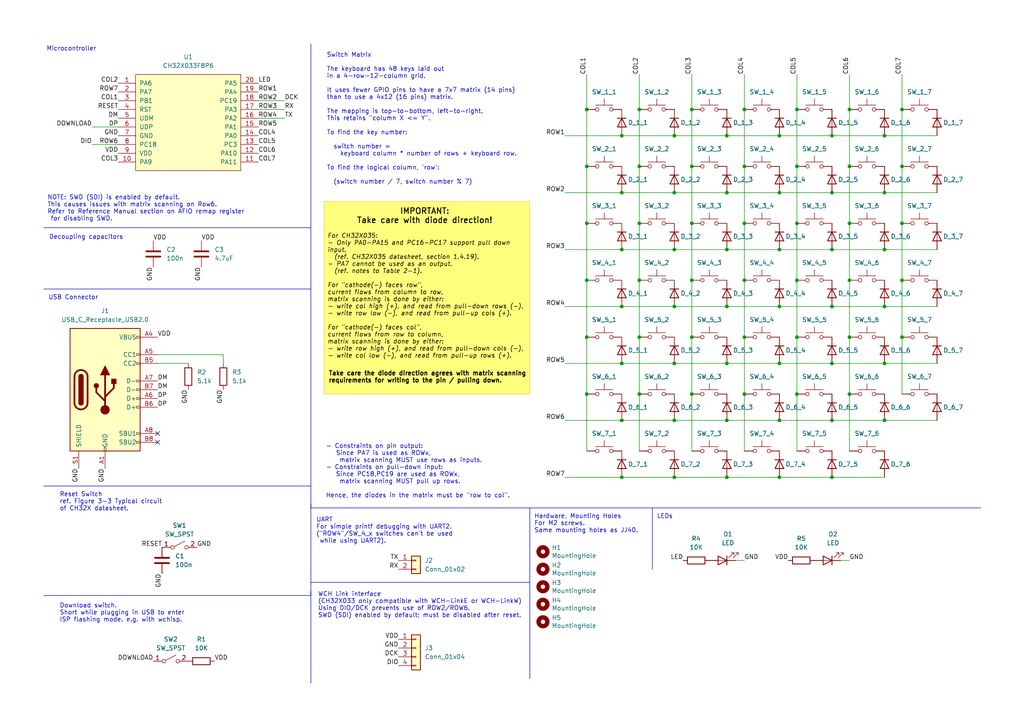
<source format=kicad_sch>
(kicad_sch (version 20250114) (generator "eeschema") (generator_version "9.0")
  (paper "A4")
  (title_block (title "CH32X-48") (date "2025-03-12") (rev "rev2025.4") (company "Richard Goulter (rgoulter)") (comment 1 "48-key on 7x7 digital matrix.") (comment 2 "Simple 4x12 ortholinear keyboard using CH32X MCU.") (comment 3 "Project: https://github.com/rgoulter/keyboard-labs"))
  (text "- Constraints on pin output:\n   Since PA7 is used as ROWx,\n    matrix scanning MUST use rows as inputs.\n- Constraints on pull-down input:\n   Since PC18,PC19 are used as ROWx,\n    matrix scanning MUST pull up rows.\n\nHence, the diodes in the matrix must be \"row to col\". " (at 94.488 128.778 0) (effects (font (size 1.27 1.27)) (justify left top)))
  (text "Microcontroller" (at 13.462 14.224 0) (effects (font (size 1.27 1.27)) (justify left)))
  (text "USB Connector" (at 13.97 87.122 0) (effects (font (size 1.27 1.27)) (justify left bottom)))
  (text "Reset Switch\nref. Figure 3-3 Typical circuit\nof CH32X datasheet." (at 17.272 148.336 0) (effects (font (size 1.27 1.27)) (justify left bottom)))
  (text "WCH Link interface\n(CH32X033 only compatible with WCH-LinkE or WCH-LinkW)\nUsing DIO/DCK prevents use of ROW2/ROW6.\nSWD (SDI) enabled by default; must be disabled after reset." (at 92.202 179.324 0) (effects (font (size 1.27 1.27)) (justify left bottom)))
  (text "Download switch.\nShort while plugging in USB to enter\nISP flashing mode. e.g. with wchisp." (at 17.272 180.594 0) (effects (font (size 1.27 1.27)) (justify left bottom)))
  (text "Decoupling capacitors" (at 14.224 69.596 0) (effects (font (size 1.27 1.27)) (justify left bottom)))
  (text "IMPORTANT:\nTake care with diode direction!" (at 123.19 62.738 0) (effects (font (size 1.651 1.651) (thickness 0.254) (bold yes))))
  (text "Switch Matrix\n\nThe keyboard has 48 keys laid out\nin a 4-row-12-column grid.\n\nIt uses fewer GPIO pins to have a 7x7 matrix (14 pins)\nthan to use a 4x12 (16 pins) matrix.\n\nThe mapping is top-to-bottom, left-to-right.\nThis retains \"column X <= Y\".\n\nTo find the key number:\n\n  switch number =\n    keyboard column * number of rows + keyboard row.\n\nTo find the logical column, 'row':\n\n  (switch number / 7, switch number % 7)" (at 94.742 53.594 0) (effects (font (size 1.27 1.27)) (justify left bottom)))
  (text "NOTE: SWD (SDI) is enabled by default.\nThis causes issues with matrix scanning on Row6.\nRefer to Reference Manual section on AFIO remap register\n for disabling SWD." (at 13.716 60.452 0) (effects (font (size 1.27 1.27)) (justify left)))
  (text "UART\nFor simple printf debugging with UART2.\n(\"ROW4\"/SW_4_x switches can't be used\n while using UART2)." (at 91.694 157.734 0) (effects (font (size 1.27 1.27)) (justify left bottom)))
  (text "Hardware, Mounting Holes\nFor M2 screws.\nSame mounting holes as JJ40." (at 154.94 154.686 0) (effects (font (size 1.27 1.27)) (justify left bottom)))
  (text "Take care the diode direction agrees with matrix scanning\nrequirements for writing to the pin / pulling down." (at 95.25 109.474 0) (effects (font (size 1.27 1.27) (thickness 0.254) (bold yes)) (justify left)))
  (text "LEDs\n\n" (at 190.5 152.654 0) (effects (font (size 1.27 1.27)) (justify left bottom)))
  (text_box "\n\n\n\nFor CH32X035:\n- Only PA0-PA15 and PC16-PC17 support pull down input.\n  (ref. CH32X035 datasheet, section 1.4.19).\n- PA7 cannot be used as an output.\n  (ref. notes to Table 2-1).\n\nFor \"cathode(-) faces row\",\ncurrent flows from column to row,\nmatrix scanning is done by either:\n- write col high (+), and read from pull-down rows (-),\n- write row low (-), and read from pull-up cols (+).\n\nFor \"cathode(-) faces col\",\ncurrent flows from row to column,\nmatrix scanning is done by either:\n- write row high (+), and read from pull-down cols (-),\n- write col low (-), and read from pull-up rows (+)." (at 93.98 58.42 0) (size 59.69 55.88) (margins 0.9652 0.9652 0.9652 0.9652) (stroke (width 0.0254) (color 255 153 0 1)) (fill (type color) (color 255 255 0 0.51)) (effects (font (size 1.27 1.27) (italic yes)) (justify left top)))
  (junction (at 231.14 97.79))
  (junction (at 256.54 105.41))
  (junction (at 195.58 39.37))
  (junction (at 200.66 31.75))
  (junction (at 226.06 72.39))
  (junction (at 231.14 81.28))
  (junction (at 256.54 121.92))
  (junction (at 256.54 88.9))
  (junction (at 170.18 48.26))
  (junction (at 180.34 138.43))
  (junction (at 195.58 138.43))
  (junction (at 195.58 55.88))
  (junction (at 200.66 97.79))
  (junction (at 210.82 105.41))
  (junction (at 210.82 72.39))
  (junction (at 261.62 81.28))
  (junction (at 226.06 55.88))
  (junction (at 215.9 31.75))
  (junction (at 180.34 39.37))
  (junction (at 226.06 88.9))
  (junction (at 185.42 81.28))
  (junction (at 180.34 121.92))
  (junction (at 261.62 64.77))
  (junction (at 185.42 114.3))
  (junction (at 195.58 105.41))
  (junction (at 180.34 55.88))
  (junction (at 246.38 48.26))
  (junction (at 215.9 81.28))
  (junction (at 200.66 48.26))
  (junction (at 170.18 31.75))
  (junction (at 231.14 48.26))
  (junction (at 195.58 121.92))
  (junction (at 226.06 138.43))
  (junction (at 241.3 138.43))
  (junction (at 210.82 55.88))
  (junction (at 185.42 64.77))
  (junction (at 246.38 97.79))
  (junction (at 231.14 114.3))
  (junction (at 185.42 48.26))
  (junction (at 226.06 121.92))
  (junction (at 215.9 114.3))
  (junction (at 231.14 64.77))
  (junction (at 180.34 105.41))
  (junction (at 241.3 39.37))
  (junction (at 241.3 88.9))
  (junction (at 246.38 81.28))
  (junction (at 226.06 105.41))
  (junction (at 170.18 64.77))
  (junction (at 180.34 88.9))
  (junction (at 185.42 31.75))
  (junction (at 256.54 72.39))
  (junction (at 241.3 55.88))
  (junction (at 246.38 114.3))
  (junction (at 261.62 48.26))
  (junction (at 215.9 97.79))
  (junction (at 195.58 72.39))
  (junction (at 226.06 39.37))
  (junction (at 170.18 81.28))
  (junction (at 241.3 105.41))
  (junction (at 246.38 31.75))
  (junction (at 231.14 31.75))
  (junction (at 210.82 88.9))
  (junction (at 210.82 138.43))
  (junction (at 210.82 121.92))
  (junction (at 256.54 55.88))
  (junction (at 261.62 97.79))
  (junction (at 241.3 121.92))
  (junction (at 261.62 31.75))
  (junction (at 241.3 72.39))
  (junction (at 215.9 48.26))
  (junction (at 170.18 97.79))
  (junction (at 185.42 97.79))
  (junction (at 246.38 64.77))
  (junction (at 210.82 39.37))
  (junction (at 200.66 64.77))
  (junction (at 215.9 64.77))
  (junction (at 256.54 39.37))
  (junction (at 200.66 114.3))
  (junction (at 200.66 81.28))
  (junction (at 180.34 72.39))
  (junction (at 195.58 88.9))
  (junction (at 170.18 114.3))
  (no_connect (at 45.72 125.73))
  (no_connect (at 45.72 128.27))
  (wire (pts (xy 231.14 114.3) (xy 231.14 130.81)))
  (wire (pts (xy 261.62 64.77) (xy 261.62 81.28)))
  (wire (pts (xy 215.9 21.59) (xy 215.9 31.75)))
  (polyline (pts (xy 90.17 147.32) (xy 284.48 147.32)))
  (wire (pts (xy 261.62 48.26) (xy 261.62 64.77)))
  (polyline (pts (xy 12.7 140.97) (xy 90.17 140.97)))
  (polyline (pts (xy 12.7 172.72) (xy 90.17 172.72)))
  (wire (pts (xy 241.3 138.43) (xy 256.54 138.43)))
  (wire (pts (xy 210.82 121.92) (xy 226.06 121.92)))
  (wire (pts (xy 170.18 114.3) (xy 170.18 130.81)))
  (wire (pts (xy 246.38 81.28) (xy 246.38 97.79)))
  (wire (pts (xy 163.83 121.92) (xy 180.34 121.92)))
  (wire (pts (xy 200.66 31.75) (xy 200.66 48.26)))
  (wire (pts (xy 195.58 138.43) (xy 210.82 138.43)))
  (wire (pts (xy 200.66 81.28) (xy 200.66 97.79)))
  (wire (pts (xy 200.66 64.77) (xy 200.66 81.28)))
  (polyline (pts (xy 12.7 66.04) (xy 90.17 66.04)))
  (wire (pts (xy 226.06 39.37) (xy 241.3 39.37)))
  (wire (pts (xy 210.82 88.9) (xy 226.06 88.9)))
  (wire (pts (xy 256.54 88.9) (xy 271.78 88.9)))
  (wire (pts (xy 195.58 88.9) (xy 210.82 88.9)))
  (polyline (pts (xy 90.17 172.72) (xy 90.17 171.45)))
  (wire (pts (xy 163.83 138.43) (xy 180.34 138.43)))
  (wire (pts (xy 226.06 88.9) (xy 241.3 88.9)))
  (wire (pts (xy 180.34 105.41) (xy 195.58 105.41)))
  (wire (pts (xy 215.9 81.28) (xy 215.9 97.79)))
  (wire (pts (xy 195.58 121.92) (xy 210.82 121.92)))
  (wire (pts (xy 74.93 31.75) (xy 82.55 31.75)))
  (wire (pts (xy 210.82 55.88) (xy 226.06 55.88)))
  (wire (pts (xy 256.54 55.88) (xy 271.78 55.88)))
  (wire (pts (xy 210.82 105.41) (xy 226.06 105.41)))
  (wire (pts (xy 241.3 105.41) (xy 256.54 105.41)))
  (wire (pts (xy 226.06 121.92) (xy 241.3 121.92)))
  (wire (pts (xy 210.82 138.43) (xy 226.06 138.43)))
  (wire (pts (xy 231.14 81.28) (xy 231.14 97.79)))
  (wire (pts (xy 226.06 105.41) (xy 241.3 105.41)))
  (wire (pts (xy 213.36 162.56) (xy 215.9 162.56)))
  (wire (pts (xy 241.3 88.9) (xy 256.54 88.9)))
  (wire (pts (xy 226.06 72.39) (xy 241.3 72.39)))
  (wire (pts (xy 246.38 97.79) (xy 246.38 114.3)))
  (wire (pts (xy 26.67 41.91) (xy 34.29 41.91)))
  (wire (pts (xy 246.38 48.26) (xy 246.38 64.77)))
  (wire (pts (xy 163.83 55.88) (xy 180.34 55.88)))
  (wire (pts (xy 261.62 81.28) (xy 261.62 97.79)))
  (wire (pts (xy 246.38 64.77) (xy 246.38 81.28)))
  (wire (pts (xy 185.42 81.28) (xy 185.42 97.79)))
  (wire (pts (xy 170.18 48.26) (xy 170.18 64.77)))
  (wire (pts (xy 163.83 72.39) (xy 180.34 72.39)))
  (wire (pts (xy 241.3 121.92) (xy 256.54 121.92)))
  (wire (pts (xy 185.42 31.75) (xy 185.42 48.26)))
  (wire (pts (xy 185.42 64.77) (xy 185.42 81.28)))
  (wire (pts (xy 185.42 97.79) (xy 185.42 114.3)))
  (polyline (pts (xy 90.17 12.7) (xy 90.17 147.32)))
  (wire (pts (xy 45.72 105.41) (xy 54.61 105.41)))
  (wire (pts (xy 231.14 64.77) (xy 231.14 81.28)))
  (wire (pts (xy 226.06 55.88) (xy 241.3 55.88)))
  (wire (pts (xy 256.54 121.92) (xy 271.78 121.92)))
  (wire (pts (xy 215.9 114.3) (xy 215.9 130.81)))
  (wire (pts (xy 180.34 72.39) (xy 195.58 72.39)))
  (wire (pts (xy 241.3 39.37) (xy 256.54 39.37)))
  (wire (pts (xy 170.18 97.79) (xy 170.18 114.3)))
  (wire (pts (xy 26.67 36.83) (xy 34.29 36.83)))
  (wire (pts (xy 246.38 114.3) (xy 246.38 130.81)))
  (wire (pts (xy 200.66 48.26) (xy 200.66 64.77)))
  (wire (pts (xy 45.72 102.87) (xy 64.77 102.87)))
  (wire (pts (xy 185.42 48.26) (xy 185.42 64.77)))
  (wire (pts (xy 261.62 21.59) (xy 261.62 31.75)))
  (wire (pts (xy 74.93 34.29) (xy 82.55 34.29)))
  (wire (pts (xy 170.18 64.77) (xy 170.18 81.28)))
  (wire (pts (xy 241.3 55.88) (xy 256.54 55.88)))
  (wire (pts (xy 180.34 55.88) (xy 195.58 55.88)))
  (wire (pts (xy 215.9 48.26) (xy 215.9 64.77)))
  (wire (pts (xy 256.54 105.41) (xy 271.78 105.41)))
  (wire (pts (xy 246.38 21.59) (xy 246.38 31.75)))
  (wire (pts (xy 64.77 105.41) (xy 64.77 102.87)))
  (wire (pts (xy 241.3 72.39) (xy 256.54 72.39)))
  (wire (pts (xy 256.54 39.37) (xy 271.78 39.37)))
  (wire (pts (xy 215.9 31.75) (xy 215.9 48.26)))
  (wire (pts (xy 243.84 162.56) (xy 246.38 162.56)))
  (polyline (pts (xy 189.23 147.32) (xy 189.23 165.1)))
  (wire (pts (xy 180.34 88.9) (xy 195.58 88.9)))
  (wire (pts (xy 226.06 138.43) (xy 241.3 138.43)))
  (wire (pts (xy 200.66 21.59) (xy 200.66 31.75)))
  (wire (pts (xy 180.34 121.92) (xy 195.58 121.92)))
  (wire (pts (xy 261.62 97.79) (xy 261.62 114.3)))
  (wire (pts (xy 185.42 21.59) (xy 185.42 31.75)))
  (wire (pts (xy 261.62 31.75) (xy 261.62 48.26)))
  (polyline (pts (xy 90.17 168.91) (xy 153.67 168.91)))
  (wire (pts (xy 215.9 64.77) (xy 215.9 81.28)))
  (wire (pts (xy 231.14 48.26) (xy 231.14 64.77)))
  (wire (pts (xy 200.66 97.79) (xy 200.66 114.3)))
  (wire (pts (xy 200.66 114.3) (xy 200.66 130.81)))
  (wire (pts (xy 195.58 39.37) (xy 210.82 39.37)))
  (wire (pts (xy 163.83 88.9) (xy 180.34 88.9)))
  (wire (pts (xy 246.38 31.75) (xy 246.38 48.26)))
  (wire (pts (xy 210.82 39.37) (xy 226.06 39.37)))
  (wire (pts (xy 195.58 105.41) (xy 210.82 105.41)))
  (wire (pts (xy 231.14 31.75) (xy 231.14 48.26)))
  (wire (pts (xy 163.83 39.37) (xy 180.34 39.37)))
  (polyline (pts (xy 90.17 146.05) (xy 90.17 198.12)))
  (wire (pts (xy 195.58 72.39) (xy 210.82 72.39)))
  (polyline (pts (xy 12.7 83.82) (xy 90.17 83.82)))
  (wire (pts (xy 185.42 114.3) (xy 185.42 130.81)))
  (wire (pts (xy 256.54 72.39) (xy 271.78 72.39)))
  (wire (pts (xy 215.9 97.79) (xy 215.9 114.3)))
  (wire (pts (xy 170.18 81.28) (xy 170.18 97.79)))
  (wire (pts (xy 180.34 39.37) (xy 195.58 39.37)))
  (wire (pts (xy 195.58 55.88) (xy 210.82 55.88)))
  (wire (pts (xy 231.14 97.79) (xy 231.14 114.3)))
  (wire (pts (xy 231.14 21.59) (xy 231.14 31.75)))
  (polyline (pts (xy 153.67 147.32) (xy 153.67 196.85)))
  (wire (pts (xy 170.18 31.75) (xy 170.18 48.26)))
  (wire (pts (xy 163.83 105.41) (xy 180.34 105.41)))
  (wire (pts (xy 74.93 29.21) (xy 82.55 29.21)))
  (wire (pts (xy 170.18 21.59) (xy 170.18 31.75)))
  (wire (pts (xy 180.34 138.43) (xy 195.58 138.43)))
  (wire (pts (xy 210.82 72.39) (xy 226.06 72.39)))
  (label "DCK" (at 82.55 29.21 0))
  (label "COL4" (at 215.9 21.59 90))
  (label "ROW2" (at 163.83 55.88 180))
  (label "DCK" (at 115.57 190.5 180))
  (label "RESET" (at 46.99 158.75 180))
  (label "TX" (at 82.55 34.29 0))
  (label "GND" (at 44.45 77.47 270))
  (label "COL1" (at 170.18 21.59 90))
  (label "RX" (at 82.55 31.75 0))
  (label "VDD" (at 44.45 69.85 0))
  (label "COL2" (at 185.42 21.59 90))
  (label "COL5" (at 231.14 21.59 90))
  (label "RESET" (at 34.29 31.75 180))
  (label "COL6" (at 74.93 44.45 0))
  (label "COL4" (at 74.93 39.37 0))
  (label "GND" (at 22.86 135.89 270))
  (label "GND" (at 215.9 162.56 0))
  (label "ROW4" (at 163.83 88.9 180))
  (label "VDD" (at 45.72 97.79 0))
  (label "GND" (at 115.57 187.96 180))
  (label "DP" (at 45.72 118.11 0))
  (label "DIO" (at 26.67 41.91 180))
  (label "GND" (at 57.15 158.75 0))
  (label "DM" (at 45.72 113.03 0))
  (label "ROW1" (at 163.83 39.37 180))
  (label "COL1" (at 34.29 29.21 180))
  (label "GND" (at 46.99 166.37 270))
  (label "GND" (at 64.77 113.03 270))
  (label "GND" (at 58.42 77.47 270))
  (label "TX" (at 115.57 162.56 180))
  (label "COL3" (at 200.66 21.59 90))
  (label "ROW5" (at 163.83 105.41 180))
  (label "DIO" (at 115.57 193.04 180))
  (label "DP" (at 34.29 36.83 180))
  (label "ROW3" (at 74.93 31.75 0))
  (label "COL2" (at 34.29 24.13 180))
  (label "LED" (at 198.12 162.56 180))
  (label "DP" (at 45.72 115.57 0))
  (label "ROW6" (at 34.29 41.91 180))
  (label "GND" (at 54.61 113.03 270))
  (label "ROW4" (at 74.93 34.29 0))
  (label "GND" (at 30.48 135.89 270))
  (label "DM" (at 34.29 34.29 180))
  (label "COL6" (at 246.38 21.59 90))
  (label "COL3" (at 34.29 46.99 180))
  (label "LED" (at 74.93 24.13 0))
  (label "ROW3" (at 163.83 72.39 180))
  (label "GND" (at 34.29 39.37 180))
  (label "VDD" (at 58.42 69.85 0))
  (label "ROW7" (at 34.29 26.67 180))
  (label "RX" (at 115.57 165.1 180))
  (label "ROW5" (at 74.93 36.83 0))
  (label "VDD" (at 228.6 162.56 180))
  (label "COL5" (at 74.93 41.91 0))
  (label "COL7" (at 74.93 46.99 0))
  (label "DOWNLOAD" (at 26.67 36.83 180))
  (label "COL7" (at 261.62 21.59 90))
  (label "ROW2" (at 74.93 29.21 0))
  (label "DM" (at 45.72 110.49 0))
  (label "VDD" (at 34.29 44.45 180))
  (label "VDD" (at 62.23 191.77 0))
  (label "ROW6" (at 163.83 121.92 180))
  (label "ROW1" (at 74.93 26.67 0))
  (label "VDD" (at 115.57 185.42 180))
  (label "ROW7" (at 163.83 138.43 180))
  (label "DOWNLOAD" (at 44.45 191.77 180))
  (label "GND" (at 246.38 162.56 0))
  (symbol (lib_id "Switch:SW_SPST") (at 52.07 158.75 0) (unit 1)
    (property "Reference" "SW1" (at 52.07 152.4 0))
    (property "Value" "SW_SPST" (at 52.07 154.94 0))
    (property "Footprint" "Connector_Wire:SolderWire-0.5sqmm_1x02_P4.6mm_D0.9mm_OD2.1mm" (effects (hide yes)))
  )
  (symbol (lib_id "Device:D") (at 180.34 85.09 270) (unit 1)
    (property "Reference" "D_4_1" (at 187.96 85.09 90) (effects (justify right)))
    (property "Value" "1N4148" (effects (hide yes)))
    (property "Footprint" "Diode_SMD:D_1206_3216Metric" (effects (hide yes)))
    (property "Description" "Diode (Through-hole or 0805)" (effects (hide yes)))
    (property "LCSC" "C9808" (effects (hide yes)))
  )
  (symbol (lib_id "Switch:SW_Push") (at 251.46 114.3 0) (unit 1)
    (property "Reference" "SW_6_6" (at 251.46 109.22 0))
    (property "Value" "MX-compatible" (effects (hide yes)))
    (property "Footprint" "ProjectLocal:SW_Cherry_MX_PCB_1.00u_BSilkRef" (effects (hide yes)))
    (property "Description" "Mechanical Keyboard Switch" (effects (hide yes)))
  )
  (symbol (lib_id "Device:R") (at 201.93 162.56 90) (unit 1)
    (property "Reference" "R4" (at 201.93 156.21 90))
    (property "Value" "10K" (at 201.93 158.75 90))
    (property "Footprint" "Resistor_SMD:R_0805_2012Metric" (effects (hide yes)))
    (property "LCSC" "C17414" (effects (hide yes)))
  )
  (symbol (lib_id "Switch:SW_Push") (at 190.5 64.77 0) (unit 1)
    (property "Reference" "SW_3_2" (at 190.5 59.69 0))
    (property "Value" "MX-compatible" (effects (hide yes)))
    (property "Footprint" "ProjectLocal:SW_Cherry_MX_PCB_1.00u_BSilkRef" (effects (hide yes)))
    (property "Description" "Mechanical Keyboard Switch" (effects (hide yes)))
  )
  (symbol (lib_id "Connector_Generic:Conn_01x04") (at 120.65 187.96 0) (unit 1)
    (property "Reference" "J3" (at 123.19 187.9599 0) (effects (justify left)))
    (property "Value" "Conn_01x04" (at 123.19 190.4999 0) (effects (justify left)))
    (property "Footprint" "Connector_PinHeader_2.54mm:PinHeader_1x04_P2.54mm_Vertical" (effects (hide yes)))
    (property "Description" "Generic connector, single row, 01x04, script generated (kicad-library-utils/schlib/autogen/connector/)" (effects (hide yes)))
  )
  (symbol (lib_id "Device:D") (at 195.58 118.11 270) (unit 1)
    (property "Reference" "D_6_2" (at 203.2 118.11 90) (effects (justify right)))
    (property "Value" "1N4148" (effects (hide yes)))
    (property "Footprint" "Diode_SMD:D_1206_3216Metric" (effects (hide yes)))
    (property "Description" "Diode (Through-hole or 0805)" (effects (hide yes)))
    (property "LCSC" "C9808" (effects (hide yes)))
  )
  (symbol (lib_id "Switch:SW_Push") (at 220.98 130.81 0) (unit 1)
    (property "Reference" "SW_7_4" (at 220.98 125.73 0))
    (property "Value" "MX-compatible" (effects (hide yes)))
    (property "Footprint" "ProjectLocal:SW_Cherry_MX_PCB_1.00u_BSilkRef" (effects (hide yes)))
    (property "Description" "Mechanical Keyboard Switch" (effects (hide yes)))
  )
  (symbol (lib_id "Switch:SW_Push") (at 205.74 114.3 0) (unit 1)
    (property "Reference" "SW_6_3" (at 205.74 109.22 0))
    (property "Value" "MX-compatible" (effects (hide yes)))
    (property "Footprint" "ProjectLocal:SW_Cherry_MX_PCB_1.00u_BSilkRef" (effects (hide yes)))
    (property "Description" "Mechanical Keyboard Switch" (effects (hide yes)))
  )
  (symbol (lib_id "Device:D") (at 241.3 85.09 270) (unit 1)
    (property "Reference" "D_4_5" (at 248.92 85.09 90) (effects (justify right)))
    (property "Value" "1N4148" (effects (hide yes)))
    (property "Footprint" "Diode_SMD:D_1206_3216Metric" (effects (hide yes)))
    (property "Description" "Diode (Through-hole or 0805)" (effects (hide yes)))
    (property "LCSC" "C9808" (effects (hide yes)))
  )
  (symbol (lib_id "Device:D") (at 241.3 35.56 270) (unit 1)
    (property "Reference" "D_1_5" (at 248.92 35.56 90) (effects (justify right)))
    (property "Value" "1N4148" (effects (hide yes)))
    (property "Footprint" "Diode_SMD:D_1206_3216Metric" (effects (hide yes)))
    (property "Description" "Diode (Through-hole or 0805)" (effects (hide yes)))
    (property "LCSC" "C9808" (effects (hide yes)))
  )
  (symbol (lib_id "Device:D") (at 210.82 85.09 270) (unit 1)
    (property "Reference" "D_4_3" (at 218.44 85.09 90) (effects (justify right)))
    (property "Value" "1N4148" (effects (hide yes)))
    (property "Footprint" "Diode_SMD:D_1206_3216Metric" (effects (hide yes)))
    (property "Description" "Diode (Through-hole or 0805)" (effects (hide yes)))
    (property "LCSC" "C9808" (effects (hide yes)))
  )
  (symbol (lib_id "Switch:SW_Push") (at 220.98 81.28 0) (unit 1)
    (property "Reference" "SW_4_4" (at 220.98 76.2 0))
    (property "Value" "MX-compatible" (effects (hide yes)))
    (property "Footprint" "ProjectLocal:SW_Cherry_MX_PCB_1.00u_BSilkRef" (effects (hide yes)))
    (property "Description" "Mechanical Keyboard Switch" (effects (hide yes)))
  )
  (symbol (lib_id "Switch:SW_Push") (at 190.5 31.75 0) (unit 1)
    (property "Reference" "SW_1_2" (at 190.5 26.67 0))
    (property "Value" "MX-compatible" (effects (hide yes)))
    (property "Footprint" "ProjectLocal:SW_Cherry_MX_PCB_1.00u_BSilkRef" (effects (hide yes)))
    (property "Description" "Mechanical Keyboard Switch" (effects (hide yes)))
  )
  (symbol (lib_id "Switch:SW_Push") (at 220.98 31.75 0) (unit 1)
    (property "Reference" "SW_1_4" (at 220.98 26.67 0))
    (property "Value" "MX-compatible" (effects (hide yes)))
    (property "Footprint" "ProjectLocal:SW_Cherry_MX_PCB_1.00u_BSilkRef" (effects (hide yes)))
    (property "Description" "Mechanical Keyboard Switch" (effects (hide yes)))
  )
  (symbol (lib_id "Mechanical:MountingHole") (at 157.48 170.18 0) (unit 1)
    (property "Reference" "H3" (at 160.02 169.0116 0) (effects (justify left)))
    (property "Value" "MountingHole" (at 160.02 171.323 0) (effects (justify left)))
    (property "Footprint" "MountingHole:MountingHole_2.2mm_M2_DIN965" (effects (hide yes)))
  )
  (symbol (lib_id "Device:R") (at 54.61 109.22 0) (unit 1)
    (property "Reference" "R2" (at 57.15 107.9499 0) (effects (justify left)))
    (property "Value" "5.1k" (at 57.15 110.4899 0) (effects (justify left)))
    (property "Footprint" "Resistor_SMD:R_0805_2012Metric" (effects (hide yes)))
    (property "LCSC" "C27834" (effects (hide yes)))
  )
  (symbol (lib_id "Device:D") (at 180.34 134.62 270) (unit 1)
    (property "Reference" "D_7_1" (at 187.96 134.62 90) (effects (justify right)))
    (property "Value" "1N4148" (effects (hide yes)))
    (property "Footprint" "Diode_SMD:D_1206_3216Metric" (effects (hide yes)))
    (property "Description" "Diode (Through-hole or 0805)" (effects (hide yes)))
    (property "LCSC" "C9808" (effects (hide yes)))
  )
  (symbol (lib_id "Mechanical:MountingHole") (at 157.48 165.1 0) (unit 1)
    (property "Reference" "H2" (at 160.02 163.9316 0) (effects (justify left)))
    (property "Value" "MountingHole" (at 160.02 166.243 0) (effects (justify left)))
    (property "Footprint" "MountingHole:MountingHole_2.2mm_M2_DIN965" (effects (hide yes)))
  )
  (symbol (lib_id "Device:D") (at 256.54 68.58 270) (unit 1)
    (property "Reference" "D_3_6" (at 264.16 68.58 90) (effects (justify right)))
    (property "Value" "1N4148" (effects (hide yes)))
    (property "Footprint" "Diode_SMD:D_1206_3216Metric" (effects (hide yes)))
    (property "Description" "Diode (Through-hole or 0805)" (effects (hide yes)))
    (property "LCSC" "C9808" (effects (hide yes)))
  )
  (symbol (lib_id "Device:D") (at 241.3 134.62 270) (unit 1)
    (property "Reference" "D_7_5" (at 248.92 134.62 90) (effects (justify right)))
    (property "Value" "1N4148" (effects (hide yes)))
    (property "Footprint" "Diode_SMD:D_1206_3216Metric" (effects (hide yes)))
    (property "Description" "Diode (Through-hole or 0805)" (effects (hide yes)))
    (property "LCSC" "C9808" (effects (hide yes)))
  )
  (symbol (lib_id "Device:D") (at 210.82 134.62 270) (unit 1)
    (property "Reference" "D_7_3" (at 218.44 134.62 90) (effects (justify right)))
    (property "Value" "1N4148" (effects (hide yes)))
    (property "Footprint" "Diode_SMD:D_1206_3216Metric" (effects (hide yes)))
    (property "Description" "Diode (Through-hole or 0805)" (effects (hide yes)))
    (property "LCSC" "C9808" (effects (hide yes)))
  )
  (symbol (lib_id "Switch:SW_Push") (at 251.46 31.75 0) (unit 1)
    (property "Reference" "SW_1_6" (at 251.46 26.67 0))
    (property "Value" "MX-compatible" (effects (hide yes)))
    (property "Footprint" "ProjectLocal:SW_Cherry_MX_PCB_1.00u_BSilkRef" (effects (hide yes)))
    (property "Description" "Mechanical Keyboard Switch" (effects (hide yes)))
  )
  (symbol (lib_id "Device:D") (at 226.06 85.09 270) (unit 1)
    (property "Reference" "D_4_4" (at 233.68 85.09 90) (effects (justify right)))
    (property "Value" "1N4148" (effects (hide yes)))
    (property "Footprint" "Diode_SMD:D_1206_3216Metric" (effects (hide yes)))
    (property "Description" "Diode (Through-hole or 0805)" (effects (hide yes)))
    (property "LCSC" "C9808" (effects (hide yes)))
  )
  (symbol (lib_id "Device:D") (at 256.54 134.62 270) (unit 1)
    (property "Reference" "D_7_6" (at 264.16 134.62 90) (effects (justify right)))
    (property "Value" "1N4148" (effects (hide yes)))
    (property "Footprint" "Diode_SMD:D_1206_3216Metric" (effects (hide yes)))
    (property "Description" "Diode (Through-hole or 0805)" (effects (hide yes)))
    (property "LCSC" "C9808" (effects (hide yes)))
  )
  (symbol (lib_id "Device:D") (at 226.06 101.6 270) (unit 1)
    (property "Reference" "D_5_4" (at 233.68 101.6 90) (effects (justify right)))
    (property "Value" "1N4148" (effects (hide yes)))
    (property "Footprint" "Diode_SMD:D_1206_3216Metric" (effects (hide yes)))
    (property "Description" "Diode (Through-hole or 0805)" (effects (hide yes)))
    (property "LCSC" "C9808" (effects (hide yes)))
  )
  (symbol (lib_id "Device:D") (at 271.78 118.11 270) (unit 1)
    (property "Reference" "D_6_7" (at 279.4 118.11 90) (effects (justify right)))
    (property "Value" "1N4148" (effects (hide yes)))
    (property "Footprint" "Diode_SMD:D_1206_3216Metric" (effects (hide yes)))
    (property "Description" "Diode (Through-hole or 0805)" (effects (hide yes)))
    (property "LCSC" "C9808" (effects (hide yes)))
  )
  (symbol (lib_id "Device:D") (at 241.3 68.58 270) (unit 1)
    (property "Reference" "D_3_5" (at 248.92 68.58 90) (effects (justify right)))
    (property "Value" "1N4148" (effects (hide yes)))
    (property "Footprint" "Diode_SMD:D_1206_3216Metric" (effects (hide yes)))
    (property "Description" "Diode (Through-hole or 0805)" (effects (hide yes)))
    (property "LCSC" "C9808" (effects (hide yes)))
  )
  (symbol (lib_id "Device:C") (at 46.99 162.56 0) (unit 1)
    (property "Reference" "C1" (at 50.8 161.29 0) (effects (justify left)))
    (property "Value" "100n" (at 50.8 163.83 0) (effects (justify left)))
    (property "Footprint" "Capacitor_SMD:C_0805_2012Metric" (effects (hide yes)))
    (property "LCSC" "C49678" (effects (hide yes)))
  )
  (symbol (lib_id "Switch:SW_Push") (at 175.26 97.79 0) (unit 1)
    (property "Reference" "SW_5_1" (at 175.26 92.71 0))
    (property "Value" "MX-compatible" (effects (hide yes)))
    (property "Footprint" "ProjectLocal:SW_Cherry_MX_PCB_1.00u_BSilkRef" (effects (hide yes)))
    (property "Description" "Mechanical Keyboard Switch" (effects (hide yes)))
  )
  (symbol (lib_id "Switch:SW_Push") (at 266.7 114.3 0) (unit 1)
    (property "Reference" "SW_6_7" (at 266.7 109.22 0))
    (property "Value" "MX-compatible" (effects (hide yes)))
    (property "Footprint" "ProjectLocal:SW_Cherry_MX_PCB_1.00u_BSilkRef" (effects (hide yes)))
    (property "Description" "Mechanical Keyboard Switch" (effects (hide yes)))
  )
  (symbol (lib_id "Device:D") (at 226.06 134.62 270) (unit 1)
    (property "Reference" "D_7_4" (at 233.68 134.62 90) (effects (justify right)))
    (property "Value" "1N4148" (effects (hide yes)))
    (property "Footprint" "Diode_SMD:D_1206_3216Metric" (effects (hide yes)))
    (property "Description" "Diode (Through-hole or 0805)" (effects (hide yes)))
    (property "LCSC" "C9808" (effects (hide yes)))
  )
  (symbol (lib_id "Connector:USB_C_Receptacle_USB2.0") (at 30.48 113.03 0) (unit 1)
    (property "Reference" "J1" (at 30.48 90.17 0))
    (property "Value" "USB_C_Receptacle_USB2.0" (at 30.48 92.71 0))
    (property "Footprint" "Connector_USB:USB_C_Receptacle_HRO_TYPE-C-31-M-12" (effects (hide yes)))
    (property "Datasheet" "https://www.usb.org/sites/default/files/documents/usb_type-c.zip" (effects (hide yes)))
  )
  (symbol (lib_id "Switch:SW_SPST") (at 49.53 191.77 0) (unit 1)
    (property "Reference" "SW2" (at 49.53 185.42 0))
    (property "Value" "SW_SPST" (at 49.53 187.96 0))
    (property "Footprint" "Connector_Wire:SolderWire-0.5sqmm_1x02_P4.6mm_D0.9mm_OD2.1mm" (effects (hide yes)))
  )
  (symbol (lib_id "Device:D") (at 271.78 68.58 270) (unit 1)
    (property "Reference" "D_3_7" (at 279.4 68.58 90) (effects (justify right)))
    (property "Value" "1N4148" (effects (hide yes)))
    (property "Footprint" "Diode_SMD:D_1206_3216Metric" (effects (hide yes)))
    (property "Description" "Diode (Through-hole or 0805)" (effects (hide yes)))
    (property "LCSC" "C9808" (effects (hide yes)))
  )
  (symbol (lib_id "Switch:SW_Push") (at 236.22 64.77 0) (unit 1)
    (property "Reference" "SW_3_5" (at 236.22 59.69 0))
    (property "Value" "MX-compatible" (effects (hide yes)))
    (property "Footprint" "ProjectLocal:SW_Cherry_MX_PCB_1.00u_BSilkRef" (effects (hide yes)))
    (property "Description" "Mechanical Keyboard Switch" (effects (hide yes)))
  )
  (symbol (lib_id "Device:C") (at 44.45 73.66 0) (unit 1)
    (property "Reference" "C2" (at 48.26 72.39 0) (effects (justify left)))
    (property "Value" "100n" (at 48.26 74.93 0) (effects (justify left)))
    (property "Footprint" "Capacitor_SMD:C_0805_2012Metric" (effects (hide yes)))
    (property "LCSC" "C49678" (effects (hide yes)))
  )
  (symbol (lib_id "Switch:SW_Push") (at 175.26 48.26 0) (unit 1)
    (property "Reference" "SW_2_1" (at 175.26 43.18 0))
    (property "Value" "MX-compatible" (effects (hide yes)))
    (property "Footprint" "ProjectLocal:SW_Cherry_MX_PCB_1.00u_BSilkRef" (effects (hide yes)))
    (property "Description" "Mechanical Keyboard Switch" (effects (hide yes)))
  )
  (symbol (lib_id "Switch:SW_Push") (at 205.74 81.28 0) (unit 1)
    (property "Reference" "SW_4_3" (at 205.74 76.2 0))
    (property "Value" "MX-compatible" (effects (hide yes)))
    (property "Footprint" "ProjectLocal:SW_Cherry_MX_PCB_1.00u_BSilkRef" (effects (hide yes)))
    (property "Description" "Mechanical Keyboard Switch" (effects (hide yes)))
  )
  (symbol (lib_id "Device:D") (at 256.54 118.11 270) (unit 1)
    (property "Reference" "D_6_6" (at 264.16 118.11 90) (effects (justify right)))
    (property "Value" "1N4148" (effects (hide yes)))
    (property "Footprint" "Diode_SMD:D_1206_3216Metric" (effects (hide yes)))
    (property "Description" "Diode (Through-hole or 0805)" (effects (hide yes)))
    (property "LCSC" "C9808" (effects (hide yes)))
  )
  (symbol (lib_id "Switch:SW_Push") (at 236.22 114.3 0) (unit 1)
    (property "Reference" "SW_6_5" (at 236.22 109.22 0))
    (property "Value" "MX-compatible" (effects (hide yes)))
    (property "Footprint" "ProjectLocal:SW_Cherry_MX_PCB_1.00u_BSilkRef" (effects (hide yes)))
    (property "Description" "Mechanical Keyboard Switch" (effects (hide yes)))
  )
  (symbol (lib_id "Switch:SW_Push") (at 190.5 97.79 0) (unit 1)
    (property "Reference" "SW_5_2" (at 190.5 92.71 0))
    (property "Value" "MX-compatible" (effects (hide yes)))
    (property "Footprint" "ProjectLocal:SW_Cherry_MX_PCB_1.00u_BSilkRef" (effects (hide yes)))
    (property "Description" "Mechanical Keyboard Switch" (effects (hide yes)))
  )
  (symbol (lib_id "Device:D") (at 195.58 52.07 270) (unit 1)
    (property "Reference" "D_2_2" (at 203.2 52.07 90) (effects (justify right)))
    (property "Value" "1N4148" (effects (hide yes)))
    (property "Footprint" "Diode_SMD:D_1206_3216Metric" (effects (hide yes)))
    (property "Description" "Diode (Through-hole or 0805)" (effects (hide yes)))
    (property "LCSC" "C9808" (effects (hide yes)))
  )
  (symbol (lib_id "Switch:SW_Push") (at 236.22 31.75 0) (unit 1)
    (property "Reference" "SW_1_5" (at 236.22 26.67 0))
    (property "Value" "MX-compatible" (effects (hide yes)))
    (property "Footprint" "ProjectLocal:SW_Cherry_MX_PCB_1.00u_BSilkRef" (effects (hide yes)))
    (property "Description" "Mechanical Keyboard Switch" (effects (hide yes)))
  )
  (symbol (lib_id "Switch:SW_Push") (at 205.74 31.75 0) (unit 1)
    (property "Reference" "SW_1_3" (at 205.74 26.67 0))
    (property "Value" "MX-compatible" (effects (hide yes)))
    (property "Footprint" "ProjectLocal:SW_Cherry_MX_PCB_1.00u_BSilkRef" (effects (hide yes)))
    (property "Description" "Mechanical Keyboard Switch" (effects (hide yes)))
  )
  (symbol (lib_id "Switch:SW_Push") (at 266.7 81.28 0) (unit 1)
    (property "Reference" "SW_4_7" (at 266.7 76.2 0))
    (property "Value" "MX-compatible" (effects (hide yes)))
    (property "Footprint" "ProjectLocal:SW_Cherry_MX_PCB_1.00u_BSilkRef" (effects (hide yes)))
    (property "Description" "Mechanical Keyboard Switch" (effects (hide yes)))
  )
  (symbol (lib_id "Device:D") (at 180.34 52.07 270) (unit 1)
    (property "Reference" "D_2_1" (at 187.96 52.07 90) (effects (justify right)))
    (property "Value" "1N4148" (effects (hide yes)))
    (property "Footprint" "Diode_SMD:D_1206_3216Metric" (effects (hide yes)))
    (property "Description" "Diode (Through-hole or 0805)" (effects (hide yes)))
    (property "LCSC" "C9808" (effects (hide yes)))
  )
  (symbol (lib_id "Switch:SW_Push") (at 190.5 81.28 0) (unit 1)
    (property "Reference" "SW_4_2" (at 190.5 76.2 0))
    (property "Value" "MX-compatible" (effects (hide yes)))
    (property "Footprint" "ProjectLocal:SW_Cherry_MX_PCB_1.00u_BSilkRef" (effects (hide yes)))
    (property "Description" "Mechanical Keyboard Switch" (effects (hide yes)))
  )
  (symbol (lib_id "Device:D") (at 241.3 118.11 270) (unit 1)
    (property "Reference" "D_6_5" (at 248.92 118.11 90) (effects (justify right)))
    (property "Value" "1N4148" (effects (hide yes)))
    (property "Footprint" "Diode_SMD:D_1206_3216Metric" (effects (hide yes)))
    (property "Description" "Diode (Through-hole or 0805)" (effects (hide yes)))
    (property "LCSC" "C9808" (effects (hide yes)))
  )
  (symbol (lib_id "Device:D") (at 210.82 52.07 270) (unit 1)
    (property "Reference" "D_2_3" (at 218.44 52.07 90) (effects (justify right)))
    (property "Value" "1N4148" (effects (hide yes)))
    (property "Footprint" "Diode_SMD:D_1206_3216Metric" (effects (hide yes)))
    (property "Description" "Diode (Through-hole or 0805)" (effects (hide yes)))
    (property "LCSC" "C9808" (effects (hide yes)))
  )
  (symbol (lib_id "Device:D") (at 195.58 134.62 270) (unit 1)
    (property "Reference" "D_7_2" (at 203.2 134.62 90) (effects (justify right)))
    (property "Value" "1N4148" (effects (hide yes)))
    (property "Footprint" "Diode_SMD:D_1206_3216Metric" (effects (hide yes)))
    (property "Description" "Diode (Through-hole or 0805)" (effects (hide yes)))
    (property "LCSC" "C9808" (effects (hide yes)))
  )
  (symbol (lib_id "Device:D") (at 226.06 52.07 270) (unit 1)
    (property "Reference" "D_2_4" (at 233.68 52.07 90) (effects (justify right)))
    (property "Value" "1N4148" (effects (hide yes)))
    (property "Footprint" "Diode_SMD:D_1206_3216Metric" (effects (hide yes)))
    (property "Description" "Diode (Through-hole or 0805)" (effects (hide yes)))
    (property "LCSC" "C9808" (effects (hide yes)))
  )
  (symbol (lib_id "Switch:SW_Push") (at 236.22 130.81 0) (unit 1)
    (property "Reference" "SW_7_5" (at 236.22 125.73 0))
    (property "Value" "MX-compatible" (effects (hide yes)))
    (property "Footprint" "ProjectLocal:SW_Cherry_MX_PCB_1.00u_BSilkRef" (effects (hide yes)))
    (property "Description" "Mechanical Keyboard Switch" (effects (hide yes)))
  )
  (symbol (lib_id "Switch:SW_Push") (at 251.46 81.28 0) (unit 1)
    (property "Reference" "SW_4_6" (at 251.46 76.2 0))
    (property "Value" "MX-compatible" (effects (hide yes)))
    (property "Footprint" "ProjectLocal:SW_Cherry_MX_PCB_1.00u_BSilkRef" (effects (hide yes)))
    (property "Description" "Mechanical Keyboard Switch" (effects (hide yes)))
  )
  (symbol (lib_id "Device:D") (at 195.58 101.6 270) (unit 1)
    (property "Reference" "D_5_2" (at 203.2 101.6 90) (effects (justify right)))
    (property "Value" "1N4148" (effects (hide yes)))
    (property "Footprint" "Diode_SMD:D_1206_3216Metric" (effects (hide yes)))
    (property "Description" "Diode (Through-hole or 0805)" (effects (hide yes)))
    (property "LCSC" "C9808" (effects (hide yes)))
  )
  (symbol (lib_id "Switch:SW_Push") (at 190.5 48.26 0) (unit 1)
    (property "Reference" "SW_2_2" (at 190.5 43.18 0))
    (property "Value" "MX-compatible" (effects (hide yes)))
    (property "Footprint" "ProjectLocal:SW_Cherry_MX_PCB_1.00u_BSilkRef" (effects (hide yes)))
    (property "Description" "Mechanical Keyboard Switch" (effects (hide yes)))
  )
  (symbol (lib_id "Switch:SW_Push") (at 205.74 97.79 0) (unit 1)
    (property "Reference" "SW_5_3" (at 205.74 92.71 0))
    (property "Value" "MX-compatible" (effects (hide yes)))
    (property "Footprint" "ProjectLocal:SW_Cherry_MX_PCB_1.00u_BSilkRef" (effects (hide yes)))
    (property "Description" "Mechanical Keyboard Switch" (effects (hide yes)))
  )
  (symbol (lib_id "Device:D") (at 271.78 85.09 270) (unit 1)
    (property "Reference" "D_4_7" (at 279.4 85.09 90) (effects (justify right)))
    (property "Value" "1N4148" (effects (hide yes)))
    (property "Footprint" "Diode_SMD:D_1206_3216Metric" (effects (hide yes)))
    (property "Description" "Diode (Through-hole or 0805)" (effects (hide yes)))
    (property "LCSC" "C9808" (effects (hide yes)))
  )
  (symbol (lib_id "Device:D") (at 241.3 101.6 270) (unit 1)
    (property "Reference" "D_5_5" (at 248.92 101.6 90) (effects (justify right)))
    (property "Value" "1N4148" (effects (hide yes)))
    (property "Footprint" "Diode_SMD:D_1206_3216Metric" (effects (hide yes)))
    (property "Description" "Diode (Through-hole or 0805)" (effects (hide yes)))
    (property "LCSC" "C9808" (effects (hide yes)))
  )
  (symbol (lib_id "Device:D") (at 210.82 35.56 270) (unit 1)
    (property "Reference" "D_1_3" (at 218.44 35.56 90) (effects (justify right)))
    (property "Value" "1N4148" (effects (hide yes)))
    (property "Footprint" "Diode_SMD:D_1206_3216Metric" (effects (hide yes)))
    (property "Description" "Diode (Through-hole or 0805)" (effects (hide yes)))
    (property "LCSC" "C9808" (effects (hide yes)))
  )
  (symbol (lib_id "Device:C") (at 58.42 73.66 0) (unit 1)
    (property "Reference" "C3" (at 62.23 72.3899 0) (effects (justify left)))
    (property "Value" "4.7uF" (at 62.23 74.9299 0) (effects (justify left)))
    (property "Footprint" "Capacitor_SMD:C_0805_2012Metric" (effects (hide yes)))
    (property "LCSC" "C49678" (effects (hide yes)))
  )
  (symbol (lib_id "Device:D") (at 195.58 68.58 270) (unit 1)
    (property "Reference" "D_3_2" (at 203.2 68.58 90) (effects (justify right)))
    (property "Value" "1N4148" (effects (hide yes)))
    (property "Footprint" "Diode_SMD:D_1206_3216Metric" (effects (hide yes)))
    (property "Description" "Diode (Through-hole or 0805)" (effects (hide yes)))
    (property "LCSC" "C9808" (effects (hide yes)))
  )
  (symbol (lib_id "Device:D") (at 271.78 101.6 270) (unit 1)
    (property "Reference" "D_5_7" (at 279.4 101.6 90) (effects (justify right)))
    (property "Value" "1N4148" (effects (hide yes)))
    (property "Footprint" "Diode_SMD:D_1206_3216Metric" (effects (hide yes)))
    (property "Description" "Diode (Through-hole or 0805)" (effects (hide yes)))
    (property "LCSC" "C9808" (effects (hide yes)))
  )
  (symbol (lib_id "Switch:SW_Push") (at 236.22 48.26 0) (unit 1)
    (property "Reference" "SW_2_5" (at 236.22 43.18 0))
    (property "Value" "MX-compatible" (effects (hide yes)))
    (property "Footprint" "ProjectLocal:SW_Cherry_MX_PCB_1.00u_BSilkRef" (effects (hide yes)))
    (property "Description" "Mechanical Keyboard Switch" (effects (hide yes)))
  )
  (symbol (lib_id "Switch:SW_Push") (at 251.46 48.26 0) (unit 1)
    (property "Reference" "SW_2_6" (at 251.46 43.18 0))
    (property "Value" "MX-compatible" (effects (hide yes)))
    (property "Footprint" "ProjectLocal:SW_Cherry_MX_PCB_1.00u_BSilkRef" (effects (hide yes)))
    (property "Description" "Mechanical Keyboard Switch" (effects (hide yes)))
  )
  (symbol (lib_id "Device:R") (at 58.42 191.77 90) (unit 1)
    (property "Reference" "R1" (at 58.42 185.42 90))
    (property "Value" "10K" (at 58.42 187.96 90))
    (property "Footprint" "Resistor_SMD:R_0805_2012Metric" (effects (hide yes)))
    (property "LCSC" "C17414" (effects (hide yes)))
  )
  (symbol (lib_id "Device:D") (at 271.78 52.07 270) (unit 1)
    (property "Reference" "D_2_7" (at 279.4 52.07 90) (effects (justify right)))
    (property "Value" "1N4148" (effects (hide yes)))
    (property "Footprint" "Diode_SMD:D_1206_3216Metric" (effects (hide yes)))
    (property "Description" "Diode (Through-hole or 0805)" (effects (hide yes)))
    (property "LCSC" "C9808" (effects (hide yes)))
  )
  (symbol (lib_id "Switch:SW_Push") (at 205.74 64.77 0) (unit 1)
    (property "Reference" "SW_3_3" (at 205.74 59.69 0))
    (property "Value" "MX-compatible" (effects (hide yes)))
    (property "Footprint" "ProjectLocal:SW_Cherry_MX_PCB_1.00u_BSilkRef" (effects (hide yes)))
    (property "Description" "Mechanical Keyboard Switch" (effects (hide yes)))
  )
  (symbol (lib_id "Device:D") (at 226.06 35.56 270) (unit 1)
    (property "Reference" "D_1_4" (at 233.68 35.56 90) (effects (justify right)))
    (property "Value" "1N4148" (effects (hide yes)))
    (property "Footprint" "Diode_SMD:D_1206_3216Metric" (effects (hide yes)))
    (property "Description" "Diode (Through-hole or 0805)" (effects (hide yes)))
    (property "LCSC" "C9808" (effects (hide yes)))
  )
  (symbol (lib_id "Device:D") (at 241.3 52.07 270) (unit 1)
    (property "Reference" "D_2_5" (at 248.92 52.07 90) (effects (justify right)))
    (property "Value" "1N4148" (effects (hide yes)))
    (property "Footprint" "Diode_SMD:D_1206_3216Metric" (effects (hide yes)))
    (property "Description" "Diode (Through-hole or 0805)" (effects (hide yes)))
    (property "LCSC" "C9808" (effects (hide yes)))
  )
  (symbol (lib_id "Switch:SW_Push") (at 236.22 81.28 0) (unit 1)
    (property "Reference" "SW_4_5" (at 236.22 76.2 0))
    (property "Value" "MX-compatible" (effects (hide yes)))
    (property "Footprint" "ProjectLocal:SW_Cherry_MX_PCB_1.00u_BSilkRef" (effects (hide yes)))
    (property "Description" "Mechanical Keyboard Switch" (effects (hide yes)))
  )
  (symbol (lib_id "Device:LED") (at 240.03 162.56 180) (unit 1)
    (property "Reference" "D2" (at 241.6175 154.94 0))
    (property "Value" "LED" (at 241.6175 157.48 0))
    (property "Footprint" "LED_SMD:LED_0805_2012Metric" (effects (hide yes)))
    (property "Description" "Light emitting diode" (effects (hide yes)))
  )
  (symbol (lib_id "ProjectLocal:CH32X033F8P6") (at 54.61 46.99 0) (unit 1)
    (property "Reference" "U1" (at 54.61 16.51 0))
    (property "Value" "CH32X033F8P6" (at 54.61 19.05 0))
    (property "Footprint" "Package_SO:TSSOP-20_4.4x6.5mm_P0.65mm" (effects (hide yes)))
    (property "Description" "CH32X033F8P6" (effects (hide yes)))
    (pin "4" (alternate "RST"))
    (pin "5" (alternate "UDM"))
    (pin "6" (alternate "UDP"))
  )
  (symbol (lib_id "Switch:SW_Push") (at 175.26 130.81 0) (unit 1)
    (property "Reference" "SW_7_1" (at 175.26 125.73 0))
    (property "Value" "MX-compatible" (effects (hide yes)))
    (property "Footprint" "ProjectLocal:SW_Cherry_MX_PCB_1.00u_BSilkRef" (effects (hide yes)))
    (property "Description" "Mechanical Keyboard Switch" (effects (hide yes)))
  )
  (symbol (lib_id "Switch:SW_Push") (at 236.22 97.79 0) (unit 1)
    (property "Reference" "SW_5_5" (at 236.22 92.71 0))
    (property "Value" "MX-compatible" (effects (hide yes)))
    (property "Footprint" "ProjectLocal:SW_Cherry_MX_PCB_1.00u_BSilkRef" (effects (hide yes)))
    (property "Description" "Mechanical Keyboard Switch" (effects (hide yes)))
  )
  (symbol (lib_id "Device:D") (at 180.34 101.6 270) (unit 1)
    (property "Reference" "D_5_1" (at 187.96 101.6 90) (effects (justify right)))
    (property "Value" "1N4148" (effects (hide yes)))
    (property "Footprint" "Diode_SMD:D_1206_3216Metric" (effects (hide yes)))
    (property "Description" "Diode (Through-hole or 0805)" (effects (hide yes)))
    (property "LCSC" "C9808" (effects (hide yes)))
  )
  (symbol (lib_id "Switch:SW_Push") (at 205.74 48.26 0) (unit 1)
    (property "Reference" "SW_2_3" (at 205.74 43.18 0))
    (property "Value" "MX-compatible" (effects (hide yes)))
    (property "Footprint" "ProjectLocal:SW_Cherry_MX_PCB_1.00u_BSilkRef" (effects (hide yes)))
    (property "Description" "Mechanical Keyboard Switch" (effects (hide yes)))
  )
  (symbol (lib_id "Mechanical:MountingHole") (at 157.48 160.02 0) (unit 1)
    (property "Reference" "H1" (at 160.02 158.8516 0) (effects (justify left)))
    (property "Value" "MountingHole" (at 160.02 161.163 0) (effects (justify left)))
    (property "Footprint" "MountingHole:MountingHole_2.2mm_M2_DIN965" (effects (hide yes)))
  )
  (symbol (lib_id "Switch:SW_Push") (at 220.98 114.3 0) (unit 1)
    (property "Reference" "SW_6_4" (at 220.98 109.22 0))
    (property "Value" "MX-compatible" (effects (hide yes)))
    (property "Footprint" "ProjectLocal:SW_Cherry_MX_PCB_1.00u_BSilkRef" (effects (hide yes)))
    (property "Description" "Mechanical Keyboard Switch" (effects (hide yes)))
  )
  (symbol (lib_id "Device:D") (at 271.78 35.56 270) (unit 1)
    (property "Reference" "D_1_7" (at 279.4 35.56 90) (effects (justify right)))
    (property "Value" "1N4148" (effects (hide yes)))
    (property "Footprint" "Diode_SMD:D_1206_3216Metric" (effects (hide yes)))
    (property "Description" "Diode (Through-hole or 0805)" (effects (hide yes)))
    (property "LCSC" "C9808" (effects (hide yes)))
  )
  (symbol (lib_id "Device:R") (at 232.41 162.56 90) (unit 1)
    (property "Reference" "R5" (at 232.41 156.21 90))
    (property "Value" "10K" (at 232.41 158.75 90))
    (property "Footprint" "Resistor_SMD:R_0805_2012Metric" (effects (hide yes)))
    (property "LCSC" "C17414" (effects (hide yes)))
  )
  (symbol (lib_id "Switch:SW_Push") (at 251.46 97.79 0) (unit 1)
    (property "Reference" "SW_5_6" (at 251.46 92.71 0))
    (property "Value" "MX-compatible" (effects (hide yes)))
    (property "Footprint" "ProjectLocal:SW_Cherry_MX_PCB_1.00u_BSilkRef" (effects (hide yes)))
    (property "Description" "Mechanical Keyboard Switch" (effects (hide yes)))
  )
  (symbol (lib_id "Device:D") (at 180.34 118.11 270) (unit 1)
    (property "Reference" "D_6_1" (at 187.96 118.11 90) (effects (justify right)))
    (property "Value" "1N4148" (effects (hide yes)))
    (property "Footprint" "Diode_SMD:D_1206_3216Metric" (effects (hide yes)))
    (property "Description" "Diode (Through-hole or 0805)" (effects (hide yes)))
    (property "LCSC" "C9808" (effects (hide yes)))
  )
  (symbol (lib_id "Device:D") (at 180.34 68.58 270) (unit 1)
    (property "Reference" "D_3_1" (at 187.96 68.58 90) (effects (justify right)))
    (property "Value" "1N4148" (effects (hide yes)))
    (property "Footprint" "Diode_SMD:D_1206_3216Metric" (effects (hide yes)))
    (property "Description" "Diode (Through-hole or 0805)" (effects (hide yes)))
    (property "LCSC" "C9808" (effects (hide yes)))
  )
  (symbol (lib_id "Device:D") (at 226.06 68.58 270) (unit 1)
    (property "Reference" "D_3_4" (at 233.68 68.58 90) (effects (justify right)))
    (property "Value" "1N4148" (effects (hide yes)))
    (property "Footprint" "Diode_SMD:D_1206_3216Metric" (effects (hide yes)))
    (property "Description" "Diode (Through-hole or 0805)" (effects (hide yes)))
    (property "LCSC" "C9808" (effects (hide yes)))
  )
  (symbol (lib_id "Switch:SW_Push") (at 251.46 130.81 0) (unit 1)
    (property "Reference" "SW_7_6" (at 251.46 125.73 0))
    (property "Value" "MX-compatible" (effects (hide yes)))
    (property "Footprint" "ProjectLocal:SW_Cherry_MX_PCB_1.00u_BSilkRef" (effects (hide yes)))
    (property "Description" "Mechanical Keyboard Switch" (effects (hide yes)))
  )
  (symbol (lib_id "Device:D") (at 210.82 101.6 270) (unit 1)
    (property "Reference" "D_5_3" (at 218.44 101.6 90) (effects (justify right)))
    (property "Value" "1N4148" (effects (hide yes)))
    (property "Footprint" "Diode_SMD:D_1206_3216Metric" (effects (hide yes)))
    (property "Description" "Diode (Through-hole or 0805)" (effects (hide yes)))
    (property "LCSC" "C9808" (effects (hide yes)))
  )
  (symbol (lib_id "Switch:SW_Push") (at 175.26 64.77 0) (unit 1)
    (property "Reference" "SW_3_1" (at 175.26 59.69 0))
    (property "Value" "MX-compatible" (effects (hide yes)))
    (property "Footprint" "ProjectLocal:SW_Cherry_MX_PCB_1.00u_BSilkRef" (effects (hide yes)))
    (property "Description" "Mechanical Keyboard Switch" (effects (hide yes)))
  )
  (symbol (lib_id "Device:D") (at 195.58 85.09 270) (unit 1)
    (property "Reference" "D_4_2" (at 203.2 85.09 90) (effects (justify right)))
    (property "Value" "1N4148" (effects (hide yes)))
    (property "Footprint" "Diode_SMD:D_1206_3216Metric" (effects (hide yes)))
    (property "Description" "Diode (Through-hole or 0805)" (effects (hide yes)))
    (property "LCSC" "C9808" (effects (hide yes)))
  )
  (symbol (lib_id "Device:R") (at 64.77 109.22 0) (unit 1)
    (property "Reference" "R3" (at 67.31 107.9499 0) (effects (justify left)))
    (property "Value" "5.1k" (at 67.31 110.4899 0) (effects (justify left)))
    (property "Footprint" "Resistor_SMD:R_0805_2012Metric" (effects (hide yes)))
    (property "LCSC" "C27834" (effects (hide yes)))
  )
  (symbol (lib_id "Device:D") (at 256.54 101.6 270) (unit 1)
    (property "Reference" "D_5_6" (at 264.16 101.6 90) (effects (justify right)))
    (property "Value" "1N4148" (effects (hide yes)))
    (property "Footprint" "Diode_SMD:D_1206_3216Metric" (effects (hide yes)))
    (property "Description" "Diode (Through-hole or 0805)" (effects (hide yes)))
    (property "LCSC" "C9808" (effects (hide yes)))
  )
  (symbol (lib_id "Switch:SW_Push") (at 266.7 31.75 0) (unit 1)
    (property "Reference" "SW_1_7" (at 266.7 26.67 0))
    (property "Value" "MX-compatible" (effects (hide yes)))
    (property "Footprint" "ProjectLocal:SW_Cherry_MX_PCB_1.00u_BSilkRef" (effects (hide yes)))
    (property "Description" "Mechanical Keyboard Switch" (effects (hide yes)))
  )
  (symbol (lib_id "Device:LED") (at 209.55 162.56 180) (unit 1)
    (property "Reference" "D1" (at 211.1375 154.94 0))
    (property "Value" "LED" (at 211.1375 157.48 0))
    (property "Footprint" "LED_SMD:LED_0805_2012Metric" (effects (hide yes)))
    (property "Description" "Light emitting diode" (effects (hide yes)))
  )
  (symbol (lib_id "Switch:SW_Push") (at 190.5 130.81 0) (unit 1)
    (property "Reference" "SW_7_2" (at 190.5 125.73 0))
    (property "Value" "MX-compatible" (effects (hide yes)))
    (property "Footprint" "ProjectLocal:SW_Cherry_MX_PCB_1.00u_BSilkRef" (effects (hide yes)))
    (property "Description" "Mechanical Keyboard Switch" (effects (hide yes)))
  )
  (symbol (lib_id "Device:D") (at 210.82 118.11 270) (unit 1)
    (property "Reference" "D_6_3" (at 218.44 118.11 90) (effects (justify right)))
    (property "Value" "1N4148" (effects (hide yes)))
    (property "Footprint" "Diode_SMD:D_1206_3216Metric" (effects (hide yes)))
    (property "Description" "Diode (Through-hole or 0805)" (effects (hide yes)))
    (property "LCSC" "C9808" (effects (hide yes)))
  )
  (symbol (lib_id "Switch:SW_Push") (at 251.46 64.77 0) (unit 1)
    (property "Reference" "SW_3_6" (at 251.46 59.69 0))
    (property "Value" "MX-compatible" (effects (hide yes)))
    (property "Footprint" "ProjectLocal:SW_Cherry_MX_PCB_1.00u_BSilkRef" (effects (hide yes)))
    (property "Description" "Mechanical Keyboard Switch" (effects (hide yes)))
  )
  (symbol (lib_id "Switch:SW_Push") (at 220.98 64.77 0) (unit 1)
    (property "Reference" "SW_3_4" (at 220.98 59.69 0))
    (property "Value" "MX-compatible" (effects (hide yes)))
    (property "Footprint" "ProjectLocal:SW_Cherry_MX_PCB_1.00u_BSilkRef" (effects (hide yes)))
    (property "Description" "Mechanical Keyboard Switch" (effects (hide yes)))
  )
  (symbol (lib_id "Switch:SW_Push") (at 266.7 48.26 0) (unit 1)
    (property "Reference" "SW_2_7" (at 266.7 43.18 0))
    (property "Value" "MX-compatible" (effects (hide yes)))
    (property "Footprint" "ProjectLocal:SW_Cherry_MX_PCB_1.00u_BSilkRef" (effects (hide yes)))
    (property "Description" "Mechanical Keyboard Switch" (effects (hide yes)))
  )
  (symbol (lib_id "Switch:SW_Push") (at 220.98 97.79 0) (unit 1)
    (property "Reference" "SW_5_4" (at 220.98 92.71 0))
    (property "Value" "MX-compatible" (effects (hide yes)))
    (property "Footprint" "ProjectLocal:SW_Cherry_MX_PCB_1.00u_BSilkRef" (effects (hide yes)))
    (property "Description" "Mechanical Keyboard Switch" (effects (hide yes)))
  )
  (symbol (lib_id "Device:D") (at 256.54 35.56 270) (unit 1)
    (property "Reference" "D_1_6" (at 264.16 35.56 90) (effects (justify right)))
    (property "Value" "1N4148" (effects (hide yes)))
    (property "Footprint" "Diode_SMD:D_1206_3216Metric" (effects (hide yes)))
    (property "Description" "Diode (Through-hole or 0805)" (effects (hide yes)))
    (property "LCSC" "C9808" (effects (hide yes)))
  )
  (symbol (lib_id "Switch:SW_Push") (at 205.74 130.81 0) (unit 1)
    (property "Reference" "SW_7_3" (at 205.74 125.73 0))
    (property "Value" "MX-compatible" (effects (hide yes)))
    (property "Footprint" "ProjectLocal:SW_Cherry_MX_PCB_1.00u_BSilkRef" (effects (hide yes)))
    (property "Description" "Mechanical Keyboard Switch" (effects (hide yes)))
  )
  (symbol (lib_id "Switch:SW_Push") (at 175.26 114.3 0) (unit 1)
    (property "Reference" "SW_6_1" (at 175.26 109.22 0))
    (property "Value" "MX-compatible" (effects (hide yes)))
    (property "Footprint" "ProjectLocal:SW_Cherry_MX_PCB_1.00u_BSilkRef" (effects (hide yes)))
    (property "Description" "Mechanical Keyboard Switch" (effects (hide yes)))
  )
  (symbol (lib_id "Device:D") (at 226.06 118.11 270) (unit 1)
    (property "Reference" "D_6_4" (at 233.68 118.11 90) (effects (justify right)))
    (property "Value" "1N4148" (effects (hide yes)))
    (property "Footprint" "Diode_SMD:D_1206_3216Metric" (effects (hide yes)))
    (property "Description" "Diode (Through-hole or 0805)" (effects (hide yes)))
    (property "LCSC" "C9808" (effects (hide yes)))
  )
  (symbol (lib_id "Connector_Generic:Conn_01x02") (at 120.65 162.56 0) (unit 1)
    (property "Reference" "J2" (at 123.19 162.5599 0) (effects (justify left)))
    (property "Value" "Conn_01x02" (at 123.19 165.0999 0) (effects (justify left)))
    (property "Footprint" "Connector_PinHeader_2.54mm:PinHeader_1x02_P2.54mm_Vertical" (effects (hide yes)))
    (property "Description" "Generic connector, single row, 01x02, script generated (kicad-library-utils/schlib/autogen/connector/)" (effects (hide yes)))
  )
  (symbol (lib_id "Device:D") (at 195.58 35.56 270) (unit 1)
    (property "Reference" "D_1_2" (at 203.2 35.56 90) (effects (justify right)))
    (property "Value" "1N4148" (effects (hide yes)))
    (property "Footprint" "Diode_SMD:D_1206_3216Metric" (effects (hide yes)))
    (property "Description" "Diode (Through-hole or 0805)" (effects (hide yes)))
    (property "LCSC" "C9808" (effects (hide yes)))
  )
  (symbol (lib_id "Mechanical:MountingHole") (at 157.48 175.26 0) (unit 1)
    (property "Reference" "H4" (at 160.02 174.0916 0) (effects (justify left)))
    (property "Value" "MountingHole" (at 160.02 176.403 0) (effects (justify left)))
    (property "Footprint" "MountingHole:MountingHole_2.2mm_M2_DIN965" (effects (hide yes)))
  )
  (symbol (lib_id "Mechanical:MountingHole") (at 157.48 180.34 0) (unit 1)
    (property "Reference" "H5" (at 160.02 179.1716 0) (effects (justify left)))
    (property "Value" "MountingHole" (at 160.02 181.483 0) (effects (justify left)))
    (property "Footprint" "MountingHole:MountingHole_2.2mm_M2_DIN965" (effects (hide yes)))
  )
  (symbol (lib_id "Device:D") (at 256.54 85.09 270) (unit 1)
    (property "Reference" "D_4_6" (at 264.16 85.09 90) (effects (justify right)))
    (property "Value" "1N4148" (effects (hide yes)))
    (property "Footprint" "Diode_SMD:D_1206_3216Metric" (effects (hide yes)))
    (property "Description" "Diode (Through-hole or 0805)" (effects (hide yes)))
    (property "LCSC" "C9808" (effects (hide yes)))
  )
  (symbol (lib_id "Device:D") (at 256.54 52.07 270) (unit 1)
    (property "Reference" "D_2_6" (at 264.16 52.07 90) (effects (justify right)))
    (property "Value" "1N4148" (effects (hide yes)))
    (property "Footprint" "Diode_SMD:D_1206_3216Metric" (effects (hide yes)))
    (property "Description" "Diode (Through-hole or 0805)" (effects (hide yes)))
    (property "LCSC" "C9808" (effects (hide yes)))
  )
  (symbol (lib_id "Switch:SW_Push") (at 175.26 31.75 0) (unit 1)
    (property "Reference" "SW_1_1" (at 175.26 26.67 0))
    (property "Value" "MX-compatible" (effects (hide yes)))
    (property "Footprint" "ProjectLocal:SW_Cherry_MX_PCB_1.00u_BSilkRef" (effects (hide yes)))
    (property "Description" "Mechanical Keyboard Switch" (effects (hide yes)))
  )
  (symbol (lib_id "Switch:SW_Push") (at 266.7 64.77 0) (unit 1)
    (property "Reference" "SW_3_7" (at 266.7 59.69 0))
    (property "Value" "MX-compatible" (effects (hide yes)))
    (property "Footprint" "ProjectLocal:SW_Cherry_MX_PCB_1.00u_BSilkRef" (effects (hide yes)))
    (property "Description" "Mechanical Keyboard Switch" (effects (hide yes)))
  )
  (symbol (lib_id "Switch:SW_Push") (at 266.7 97.79 0) (unit 1)
    (property "Reference" "SW_5_7" (at 266.7 92.71 0))
    (property "Value" "MX-compatible" (effects (hide yes)))
    (property "Footprint" "ProjectLocal:SW_Cherry_MX_PCB_1.00u_BSilkRef" (effects (hide yes)))
    (property "Description" "Mechanical Keyboard Switch" (effects (hide yes)))
  )
  (symbol (lib_id "Device:D") (at 210.82 68.58 270) (unit 1)
    (property "Reference" "D_3_3" (at 218.44 68.58 90) (effects (justify right)))
    (property "Value" "1N4148" (effects (hide yes)))
    (property "Footprint" "Diode_SMD:D_1206_3216Metric" (effects (hide yes)))
    (property "Description" "Diode (Through-hole or 0805)" (effects (hide yes)))
    (property "LCSC" "C9808" (effects (hide yes)))
  )
  (symbol (lib_id "Switch:SW_Push") (at 175.26 81.28 0) (unit 1)
    (property "Reference" "SW_4_1" (at 175.26 76.2 0))
    (property "Value" "MX-compatible" (effects (hide yes)))
    (property "Footprint" "ProjectLocal:SW_Cherry_MX_PCB_1.00u_BSilkRef" (effects (hide yes)))
    (property "Description" "Mechanical Keyboard Switch" (effects (hide yes)))
  )
  (symbol (lib_id "Switch:SW_Push") (at 190.5 114.3 0) (unit 1)
    (property "Reference" "SW_6_2" (at 190.5 109.22 0))
    (property "Value" "MX-compatible" (effects (hide yes)))
    (property "Footprint" "ProjectLocal:SW_Cherry_MX_PCB_1.00u_BSilkRef" (effects (hide yes)))
    (property "Description" "Mechanical Keyboard Switch" (effects (hide yes)))
  )
  (symbol (lib_id "Device:D") (at 180.34 35.56 270) (unit 1)
    (property "Reference" "D_1_1" (at 187.96 35.56 90) (effects (justify right)))
    (property "Value" "1N4148" (effects (hide yes)))
    (property "Footprint" "Diode_SMD:D_1206_3216Metric" (effects (hide yes)))
    (property "Description" "Diode (Through-hole or 0805)" (effects (hide yes)))
    (property "LCSC" "C9808" (effects (hide yes)))
  )
  (symbol (lib_id "Switch:SW_Push") (at 220.98 48.26 0) (unit 1)
    (property "Reference" "SW_2_4" (at 220.98 43.18 0))
    (property "Value" "MX-compatible" (effects (hide yes)))
    (property "Footprint" "ProjectLocal:SW_Cherry_MX_PCB_1.00u_BSilkRef" (effects (hide yes)))
    (property "Description" "Mechanical Keyboard Switch" (effects (hide yes)))
  )
)
</source>
